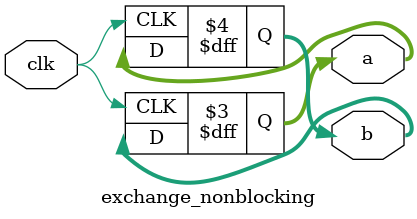
<source format=v>


// Q19 & Q22
module race(input clk, output reg x);
  always @(posedge clk) x = 1;
  always @(posedge clk) x = 0;
endmodule

// Q20
module no_race(input clk, output reg x);
  always @(posedge clk) x <= 1;
  always @(posedge clk) x <= 0;
endmodule

// Q23
module debug_race(input clk, output reg x);
  always @(posedge clk) x = 1;
  always @(posedge clk) x = 0;
  always @(posedge clk) $display("x = %b", x);
endmodule

// Q24 Blocking
module exchange_blocking(input clk, output reg [7:0] a, b);
  initial begin a = 5; b = 10; end
  always @(posedge clk) begin
    a = b;
    b = a;
  end
endmodule

// Q24 Non-blocking
module exchange_nonblocking(input clk, output reg [7:0] a, b);
  initial begin a = 5; b = 10; end
  always @(posedge clk) begin
    a <= b;
    b <= a;
  end
endmodule

</source>
